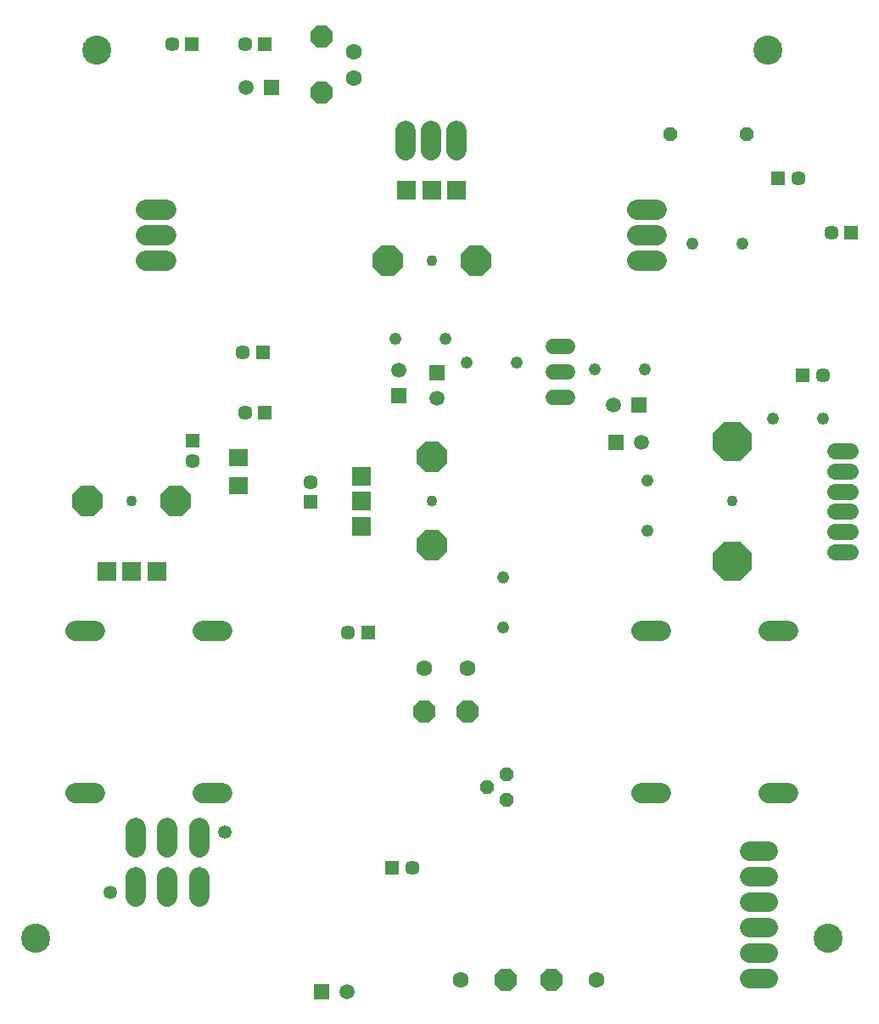
<source format=gbr>
G04 EAGLE Gerber X2 export*
%TF.Part,Single*%
%TF.FileFunction,Soldermask,Bot,1*%
%TF.FilePolarity,Positive*%
%TF.GenerationSoftware,Autodesk,EAGLE,9.2.2*%
%TF.CreationDate,2019-04-19T13:44:37Z*%
G75*
%MOMM*%
%FSLAX34Y34*%
%LPD*%
%INSoldermask Bottom*%
%AMOC8*
5,1,8,0,0,1.08239X$1,22.5*%
G01*
%ADD10C,1.244600*%
%ADD11R,1.451600X1.451600*%
%ADD12C,1.451600*%
%ADD13C,1.509600*%
%ADD14R,1.509600X1.509600*%
%ADD15C,2.051600*%
%ADD16P,2.446851X8X112.500000*%
%ADD17R,1.981200X1.981200*%
%ADD18P,3.357141X8X292.500000*%
%ADD19C,1.101600*%
%ADD20P,2.446851X8X22.500000*%
%ADD21P,2.446851X8X202.500000*%
%ADD22C,1.609600*%
%ADD23P,4.233877X8X292.500000*%
%ADD24C,1.981200*%
%ADD25C,1.351600*%
%ADD26C,2.901600*%
%ADD27P,1.539592X8X112.500000*%
%ADD28C,1.601600*%
%ADD29P,3.357141X8X202.500000*%
%ADD30C,2.057400*%
%ADD31P,3.357141X8X112.500000*%
%ADD32C,1.524000*%
%ADD33P,1.539592X8X22.500000*%
%ADD34R,1.904600X1.701600*%


D10*
X513722Y384460D03*
X513722Y434460D03*
D11*
X812551Y635345D03*
D12*
X832551Y635345D03*
D11*
X273939Y658477D03*
D12*
X253939Y658477D03*
D10*
X782905Y592749D03*
X832905Y592749D03*
X527562Y648635D03*
X477562Y648635D03*
D11*
X321794Y509377D03*
D12*
X321794Y529377D03*
D11*
X788182Y832407D03*
D12*
X808182Y832407D03*
D11*
X861071Y777583D03*
D12*
X841071Y777583D03*
D10*
X604711Y641405D03*
X654711Y641405D03*
D11*
X276089Y598484D03*
D12*
X256089Y598484D03*
D10*
X657859Y530638D03*
X657859Y480638D03*
D11*
X203425Y570566D03*
D12*
X203425Y550566D03*
D11*
X378902Y378804D03*
D12*
X358902Y378804D03*
D11*
X276037Y965820D03*
D12*
X256037Y965820D03*
D11*
X403109Y144963D03*
D12*
X423109Y144963D03*
D11*
X203287Y965665D03*
D12*
X183287Y965665D03*
D13*
X357957Y20706D03*
D14*
X332557Y20706D03*
D13*
X256960Y923048D03*
D14*
X282360Y923048D03*
D15*
X106250Y218850D02*
X86750Y218850D01*
X86750Y381150D02*
X106250Y381150D01*
X213750Y218850D02*
X233250Y218850D01*
X233250Y381150D02*
X213750Y381150D01*
D16*
X515874Y32854D03*
X561679Y32854D03*
D15*
X778750Y381150D02*
X798250Y381150D01*
X798250Y218850D02*
X778750Y218850D01*
X671250Y381150D02*
X651750Y381150D01*
X651750Y218850D02*
X671250Y218850D01*
D17*
X168000Y440000D03*
X143000Y440000D03*
X118000Y440000D03*
D18*
X187000Y510000D03*
X99000Y510000D03*
D19*
X143000Y510000D03*
D20*
X332290Y918003D03*
D21*
X332290Y973295D03*
D22*
X844462Y539996D02*
X859542Y539996D01*
X859542Y559996D02*
X844462Y559996D01*
X844462Y459996D02*
X859542Y459996D01*
X859542Y519996D02*
X844462Y519996D01*
X844462Y499996D02*
X859542Y499996D01*
X859542Y479996D02*
X844462Y479996D01*
D23*
X742002Y569996D03*
X742002Y449996D03*
D19*
X742002Y509996D03*
D24*
X759298Y161666D02*
X778094Y161666D01*
X778094Y136266D02*
X759298Y136266D01*
X759298Y110866D02*
X778094Y110866D01*
X778094Y85466D02*
X759298Y85466D01*
X759298Y60066D02*
X778094Y60066D01*
X778094Y34666D02*
X759298Y34666D01*
D15*
X146800Y115500D02*
X146800Y135000D01*
X178800Y135000D02*
X178800Y115500D01*
X210800Y115500D02*
X210800Y135000D01*
X210800Y165000D02*
X210800Y184500D01*
X178800Y184500D02*
X178800Y165000D01*
X146800Y165000D02*
X146800Y184500D01*
D25*
X121800Y120000D03*
X235800Y180000D03*
D26*
X108000Y960000D03*
X778000Y960000D03*
D10*
X702253Y766759D03*
X752253Y766759D03*
D27*
X516971Y237414D03*
X497921Y224714D03*
X516971Y212014D03*
D26*
X47000Y74500D03*
X838000Y74500D03*
D28*
X364520Y958431D03*
X364520Y932359D03*
X606469Y32854D03*
X471084Y32854D03*
D13*
X409773Y641036D03*
D14*
X409773Y615636D03*
D13*
X447437Y612644D03*
D14*
X447437Y638044D03*
D13*
X651406Y568795D03*
D14*
X626006Y568795D03*
D13*
X623884Y605694D03*
D14*
X649284Y605694D03*
D10*
X406382Y672032D03*
X456382Y672032D03*
D17*
X372500Y535000D03*
X372500Y510000D03*
X372500Y485000D03*
D29*
X442500Y554000D03*
X442500Y466000D03*
D19*
X442500Y510000D03*
D20*
X477780Y300331D03*
X435292Y300368D03*
D28*
X477780Y343701D03*
X434855Y343370D03*
D30*
X647613Y800970D02*
X667171Y800970D01*
X667171Y775570D02*
X647613Y775570D01*
X647613Y750170D02*
X667171Y750170D01*
X177171Y800970D02*
X157613Y800970D01*
X157613Y775570D02*
X177171Y775570D01*
X177171Y750170D02*
X157613Y750170D01*
X416592Y860109D02*
X416592Y879667D01*
X441992Y879667D02*
X441992Y860109D01*
X467392Y860109D02*
X467392Y879667D01*
D17*
X467500Y820000D03*
X442500Y820000D03*
X417500Y820000D03*
D31*
X486500Y750000D03*
X398500Y750000D03*
D19*
X442500Y750000D03*
D32*
X563798Y613850D02*
X578022Y613850D01*
X578022Y639250D02*
X563798Y639250D01*
X563798Y664650D02*
X578022Y664650D01*
D33*
X680197Y876111D03*
X756397Y876111D03*
D34*
X249583Y525261D03*
X249583Y553701D03*
M02*

</source>
